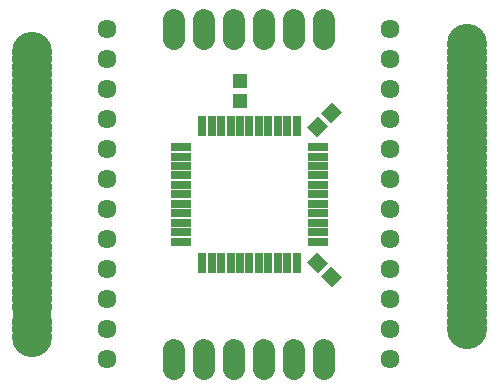
<source format=gts>
G75*
G70*
%OFA0B0*%
%FSLAX24Y24*%
%IPPOS*%
%LPD*%
%AMOC8*
5,1,8,0,0,1.08239X$1,22.5*
%
%ADD10C,0.1340*%
%ADD11C,0.0635*%
%ADD12R,0.0671X0.0277*%
%ADD13R,0.0277X0.0671*%
%ADD14R,0.0513X0.0474*%
%ADD15R,0.0474X0.0513*%
%ADD16C,0.0720*%
D10*
X001354Y002244D03*
X001354Y002494D03*
X001354Y002744D03*
X001354Y003244D03*
X001354Y003494D03*
X001354Y003744D03*
X001354Y003994D03*
X001354Y004244D03*
X001354Y004494D03*
X001354Y004744D03*
X001354Y004994D03*
X001354Y005244D03*
X001354Y005494D03*
X001354Y005744D03*
X001354Y005994D03*
X001354Y006244D03*
X001354Y006494D03*
X001354Y006744D03*
X001354Y006994D03*
X001354Y007244D03*
X001354Y007494D03*
X001354Y007744D03*
X001354Y007994D03*
X001354Y008244D03*
X001354Y008494D03*
X001354Y008744D03*
X001354Y008994D03*
X001354Y009244D03*
X001354Y009494D03*
X001354Y009744D03*
X001354Y009994D03*
X001354Y010244D03*
X001354Y010494D03*
X001354Y010744D03*
X001354Y010994D03*
X001354Y011244D03*
X001354Y011494D03*
X001354Y011744D03*
G36*
X011216Y009270D02*
X010855Y008909D01*
X010520Y009244D01*
X010881Y009605D01*
X011216Y009270D01*
G37*
G36*
X011689Y009743D02*
X011328Y009382D01*
X010993Y009717D01*
X011354Y010078D01*
X011689Y009743D01*
G37*
X015854Y009744D03*
X015854Y009994D03*
X015854Y010244D03*
X015854Y010494D03*
X015854Y010744D03*
X015854Y010994D03*
X015854Y011244D03*
X015854Y011494D03*
X015854Y011744D03*
X015854Y011994D03*
X015854Y009494D03*
X015854Y009244D03*
X015854Y008994D03*
X015854Y008744D03*
X015854Y008494D03*
X015854Y008244D03*
X015854Y007994D03*
X015854Y007744D03*
X015854Y007494D03*
X015854Y007244D03*
X015854Y006994D03*
X015854Y006744D03*
X015854Y006494D03*
X015854Y006244D03*
X015854Y005994D03*
X015854Y005744D03*
X015854Y005494D03*
X015854Y005244D03*
X015854Y004994D03*
X015854Y004744D03*
X015854Y004494D03*
X015854Y004244D03*
X015854Y003994D03*
X015854Y003744D03*
X015854Y003494D03*
X015854Y003244D03*
X015854Y002994D03*
X015854Y002744D03*
X015854Y002494D03*
G36*
X011354Y003909D02*
X010993Y004270D01*
X011328Y004605D01*
X011689Y004244D01*
X011354Y003909D01*
G37*
G36*
X010881Y004382D02*
X010520Y004743D01*
X010855Y005078D01*
X011216Y004717D01*
X010881Y004382D01*
G37*
G36*
X010881Y004382D02*
X010520Y004743D01*
X010855Y005078D01*
X011216Y004717D01*
X010881Y004382D01*
G37*
G36*
X011354Y003909D02*
X010993Y004270D01*
X011328Y004605D01*
X011689Y004244D01*
X011354Y003909D01*
G37*
D11*
X013280Y003494D03*
X013280Y002494D03*
X013280Y001494D03*
X013280Y004494D03*
X013280Y005494D03*
X013280Y006494D03*
X013280Y007494D03*
X013280Y008494D03*
X013280Y009494D03*
X013280Y010494D03*
X013280Y011494D03*
X013280Y012494D03*
G36*
X011689Y009743D02*
X011328Y009382D01*
X010993Y009717D01*
X011354Y010078D01*
X011689Y009743D01*
G37*
G36*
X011216Y009270D02*
X010855Y008909D01*
X010520Y009244D01*
X010881Y009605D01*
X011216Y009270D01*
G37*
X003854Y009494D03*
X003854Y008494D03*
X003854Y007494D03*
X003854Y006494D03*
X003854Y005494D03*
X003854Y004494D03*
X003854Y003494D03*
X003854Y002494D03*
X003854Y001494D03*
X003854Y010494D03*
X003854Y011494D03*
X003854Y012494D03*
D12*
X006321Y008569D03*
X006321Y008254D03*
X006321Y007939D03*
X006321Y007624D03*
X006321Y007309D03*
X006321Y006994D03*
X006321Y006679D03*
X006321Y006364D03*
X006321Y006049D03*
X006321Y005734D03*
X006321Y005419D03*
X010888Y005419D03*
X010888Y005734D03*
X010888Y006049D03*
X010888Y006364D03*
X010888Y006679D03*
X010888Y006994D03*
X010888Y007309D03*
X010888Y007624D03*
X010888Y007939D03*
X010888Y008254D03*
X010888Y008569D03*
G36*
X011216Y009270D02*
X010855Y008909D01*
X010520Y009244D01*
X010881Y009605D01*
X011216Y009270D01*
G37*
G36*
X011689Y009743D02*
X011328Y009382D01*
X010993Y009717D01*
X011354Y010078D01*
X011689Y009743D01*
G37*
G36*
X010881Y004382D02*
X010520Y004743D01*
X010855Y005078D01*
X011216Y004717D01*
X010881Y004382D01*
G37*
G36*
X011354Y003909D02*
X010993Y004270D01*
X011328Y004605D01*
X011689Y004244D01*
X011354Y003909D01*
G37*
G36*
X011354Y003909D02*
X010993Y004270D01*
X011328Y004605D01*
X011689Y004244D01*
X011354Y003909D01*
G37*
G36*
X010881Y004382D02*
X010520Y004743D01*
X010855Y005078D01*
X011216Y004717D01*
X010881Y004382D01*
G37*
D13*
X010179Y004710D03*
X009864Y004710D03*
X009549Y004710D03*
X009234Y004710D03*
X008919Y004710D03*
X008604Y004710D03*
X008290Y004710D03*
X007975Y004710D03*
X007660Y004710D03*
X007345Y004710D03*
X007030Y004710D03*
X007030Y009277D03*
X007345Y009277D03*
X007660Y009277D03*
X007975Y009277D03*
X008290Y009277D03*
X008604Y009277D03*
X008919Y009277D03*
X009234Y009277D03*
X009549Y009277D03*
X009864Y009277D03*
X010179Y009277D03*
G36*
X011216Y009270D02*
X010855Y008909D01*
X010520Y009244D01*
X010881Y009605D01*
X011216Y009270D01*
G37*
G36*
X011689Y009743D02*
X011328Y009382D01*
X010993Y009717D01*
X011354Y010078D01*
X011689Y009743D01*
G37*
G36*
X011689Y009743D02*
X011328Y009382D01*
X010993Y009717D01*
X011354Y010078D01*
X011689Y009743D01*
G37*
G36*
X011216Y009270D02*
X010855Y008909D01*
X010520Y009244D01*
X010881Y009605D01*
X011216Y009270D01*
G37*
G36*
X010881Y004382D02*
X010520Y004743D01*
X010855Y005078D01*
X011216Y004717D01*
X010881Y004382D01*
G37*
G36*
X011354Y003909D02*
X010993Y004270D01*
X011328Y004605D01*
X011689Y004244D01*
X011354Y003909D01*
G37*
G36*
X011354Y003909D02*
X010993Y004270D01*
X011328Y004605D01*
X011689Y004244D01*
X011354Y003909D01*
G37*
G36*
X010881Y004382D02*
X010520Y004743D01*
X010855Y005078D01*
X011216Y004717D01*
X010881Y004382D01*
G37*
G36*
X011216Y009270D02*
X010855Y008909D01*
X010520Y009244D01*
X010881Y009605D01*
X011216Y009270D01*
G37*
G36*
X011689Y009743D02*
X011328Y009382D01*
X010993Y009717D01*
X011354Y010078D01*
X011689Y009743D01*
G37*
D15*
X008304Y010109D03*
X008304Y010779D03*
D16*
X008104Y012174D02*
X008104Y012814D01*
X009104Y012814D02*
X009104Y012174D01*
X010104Y012174D02*
X010104Y012814D01*
X011104Y012814D02*
X011104Y012174D01*
G36*
X011689Y009743D02*
X011328Y009382D01*
X010993Y009717D01*
X011354Y010078D01*
X011689Y009743D01*
G37*
G36*
X011216Y009270D02*
X010855Y008909D01*
X010520Y009244D01*
X010881Y009605D01*
X011216Y009270D01*
G37*
X007104Y012174D02*
X007104Y012814D01*
X006104Y012814D02*
X006104Y012174D01*
G36*
X010881Y004382D02*
X010520Y004743D01*
X010855Y005078D01*
X011216Y004717D01*
X010881Y004382D01*
G37*
G36*
X011354Y003909D02*
X010993Y004270D01*
X011328Y004605D01*
X011689Y004244D01*
X011354Y003909D01*
G37*
X011104Y001814D02*
X011104Y001174D01*
X010104Y001174D02*
X010104Y001814D01*
X009104Y001814D02*
X009104Y001174D01*
X008104Y001174D02*
X008104Y001814D01*
X007104Y001814D02*
X007104Y001174D01*
X006104Y001174D02*
X006104Y001814D01*
M02*

</source>
